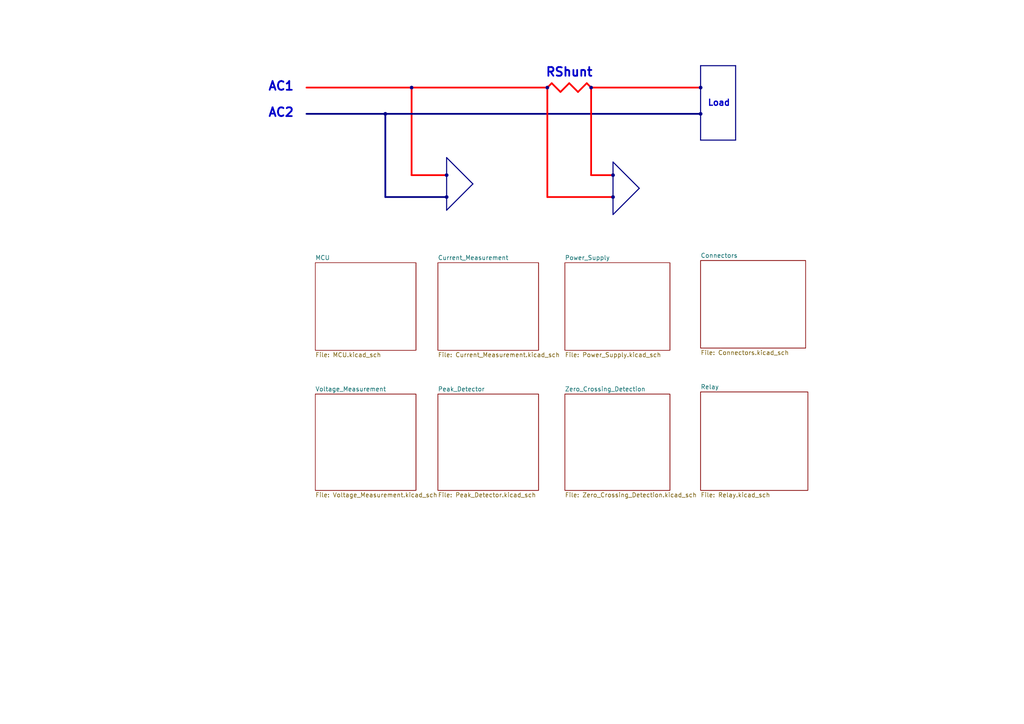
<source format=kicad_sch>
(kicad_sch
	(version 20231120)
	(generator "eeschema")
	(generator_version "8.0")
	(uuid "cd668239-4ad1-4a5c-94e5-ca757cb83213")
	(paper "A4")
	(lib_symbols)
	(junction
		(at 177.8 50.8)
		(diameter 0)
		(color 0 0 0 0)
		(uuid "02a1eb24-b6a6-4a29-9d6a-b239a1d23462")
	)
	(junction
		(at 158.75 25.4)
		(diameter 0)
		(color 0 0 0 0)
		(uuid "11196d93-e474-43c9-afa6-09a4e6c839ef")
	)
	(junction
		(at 203.2 33.02)
		(diameter 0)
		(color 0 0 0 0)
		(uuid "168189fb-5f92-4a4a-9e86-726277f22ef2")
	)
	(junction
		(at 171.45 25.4)
		(diameter 0)
		(color 0 0 0 0)
		(uuid "3be6767a-3053-416d-b988-f3d48e0ff1d3")
	)
	(junction
		(at 177.8 57.15)
		(diameter 0)
		(color 0 0 0 0)
		(uuid "4f8a5f8a-80c1-4a34-802a-1f00743107c3")
	)
	(junction
		(at 129.54 50.8)
		(diameter 0)
		(color 0 0 0 0)
		(uuid "706ebffd-4f38-4b48-86c5-28cc51c3158f")
	)
	(junction
		(at 203.2 25.4)
		(diameter 0)
		(color 0 0 0 0)
		(uuid "7f6016de-474f-4997-b97a-9bbdbe606b65")
	)
	(junction
		(at 111.76 33.02)
		(diameter 0)
		(color 0 0 0 0)
		(uuid "9048f98e-3868-402a-bbfa-5914a69c966b")
	)
	(junction
		(at 129.54 57.15)
		(diameter 0)
		(color 0 0 0 0)
		(uuid "a595a8f6-3bc2-4c45-8637-52e24b345392")
	)
	(junction
		(at 119.38 25.4)
		(diameter 0)
		(color 0 0 0 0)
		(uuid "fd2c1e37-bbc0-4e2b-b3a8-563833daaa22")
	)
	(bus
		(pts
			(xy 177.8 62.23) (xy 185.42 54.61)
		)
		(stroke
			(width 0)
			(type default)
		)
		(uuid "00693acd-124b-4cc3-9ce4-63d8d051e8d6")
	)
	(bus
		(pts
			(xy 203.2 33.02) (xy 203.2 40.64)
		)
		(stroke
			(width 0)
			(type default)
		)
		(uuid "0527a656-c903-40c8-9cf8-4280aeea743f")
	)
	(bus
		(pts
			(xy 177.8 46.99) (xy 185.42 54.61)
		)
		(stroke
			(width 0)
			(type default)
		)
		(uuid "0af195c7-f873-4c8c-8974-c208efa7aa26")
	)
	(bus
		(pts
			(xy 129.54 57.15) (xy 129.54 60.96)
		)
		(stroke
			(width 0)
			(type default)
		)
		(uuid "1060bfdd-3f7f-40b5-b13a-22b2b1bcf6ce")
	)
	(bus
		(pts
			(xy 171.45 25.4) (xy 171.45 50.8)
		)
		(stroke
			(width 0.508)
			(type default)
			(color 255 0 0 1)
		)
		(uuid "2064bf19-8902-480a-8e3e-961060c947ff")
	)
	(bus
		(pts
			(xy 162.56 26.67) (xy 165.1 24.13)
		)
		(stroke
			(width 0.508)
			(type default)
			(color 255 0 0 1)
		)
		(uuid "28360f3c-6240-46f5-97c1-b2dfa80f343e")
	)
	(bus
		(pts
			(xy 111.76 33.02) (xy 111.76 57.15)
		)
		(stroke
			(width 0.508)
			(type default)
		)
		(uuid "2ea21cfa-7f86-42c1-874c-cc8b9e67b51b")
	)
	(bus
		(pts
			(xy 129.54 45.72) (xy 137.16 53.34)
		)
		(stroke
			(width 0)
			(type default)
		)
		(uuid "37a521db-bd61-4bc1-9790-b626ee312947")
	)
	(bus
		(pts
			(xy 203.2 19.05) (xy 213.36 19.05)
		)
		(stroke
			(width 0)
			(type default)
		)
		(uuid "394632b9-c278-4731-b3ff-888274bbef61")
	)
	(bus
		(pts
			(xy 129.54 50.8) (xy 129.54 57.15)
		)
		(stroke
			(width 0)
			(type default)
		)
		(uuid "3cde1591-ee29-440e-a917-234129fecc16")
	)
	(bus
		(pts
			(xy 177.8 46.99) (xy 177.8 50.8)
		)
		(stroke
			(width 0)
			(type default)
		)
		(uuid "414ca791-6cb9-4e35-b199-067ac63d6b23")
	)
	(bus
		(pts
			(xy 177.8 50.8) (xy 177.8 57.15)
		)
		(stroke
			(width 0)
			(type default)
		)
		(uuid "446878f3-bd01-4fd5-8051-7381252424b7")
	)
	(bus
		(pts
			(xy 203.2 40.64) (xy 213.36 40.64)
		)
		(stroke
			(width 0)
			(type default)
		)
		(uuid "48213783-ca89-453a-8d7a-51511f6b8162")
	)
	(bus
		(pts
			(xy 119.38 25.4) (xy 158.75 25.4)
		)
		(stroke
			(width 0.508)
			(type default)
			(color 255 0 0 1)
		)
		(uuid "486f4259-087c-4f0f-bd32-3d99a4d79dd1")
	)
	(bus
		(pts
			(xy 129.54 60.96) (xy 137.16 53.34)
		)
		(stroke
			(width 0)
			(type default)
		)
		(uuid "4ba17fe3-1965-4a4f-a863-4d77566fc48f")
	)
	(bus
		(pts
			(xy 167.64 26.67) (xy 170.18 24.13)
		)
		(stroke
			(width 0.508)
			(type default)
			(color 255 0 0 1)
		)
		(uuid "5c2bc8df-43e3-4163-b257-9fa3a7035390")
	)
	(bus
		(pts
			(xy 119.38 50.8) (xy 129.54 50.8)
		)
		(stroke
			(width 0.508)
			(type default)
			(color 255 0 0 1)
		)
		(uuid "6e3d59d6-5b3e-4ddc-9c6c-9d07391cf8e0")
	)
	(bus
		(pts
			(xy 170.18 24.13) (xy 171.45 25.4)
		)
		(stroke
			(width 0.508)
			(type default)
			(color 255 0 0 1)
		)
		(uuid "714117d3-d5b0-40bf-9cf6-7dd354642bf9")
	)
	(bus
		(pts
			(xy 88.9 25.4) (xy 119.38 25.4)
		)
		(stroke
			(width 0.508)
			(type default)
			(color 255 0 0 1)
		)
		(uuid "892c03d4-5078-477a-a94d-cb962c6df2a9")
	)
	(bus
		(pts
			(xy 165.1 24.13) (xy 167.64 26.67)
		)
		(stroke
			(width 0.508)
			(type default)
			(color 255 0 0 1)
		)
		(uuid "8fd0f76d-e63e-4ca1-9a95-1c520b52c29b")
	)
	(bus
		(pts
			(xy 111.76 57.15) (xy 129.54 57.15)
		)
		(stroke
			(width 0.508)
			(type default)
		)
		(uuid "973b0789-cd69-4f9c-802a-70c08b251970")
	)
	(bus
		(pts
			(xy 88.9 33.02) (xy 111.76 33.02)
		)
		(stroke
			(width 0.508)
			(type default)
		)
		(uuid "a4e33793-4c37-47bd-982a-92ad324ebd02")
	)
	(bus
		(pts
			(xy 111.76 33.02) (xy 203.2 33.02)
		)
		(stroke
			(width 0.508)
			(type default)
		)
		(uuid "a63d03bc-df62-4153-b6bc-9556cb218d97")
	)
	(bus
		(pts
			(xy 158.75 25.4) (xy 160.02 24.13)
		)
		(stroke
			(width 0.508)
			(type default)
			(color 255 0 0 1)
		)
		(uuid "a978d99a-59c3-4201-8b04-4cc7ccde8dba")
	)
	(bus
		(pts
			(xy 171.45 50.8) (xy 177.8 50.8)
		)
		(stroke
			(width 0.508)
			(type default)
			(color 255 0 0 1)
		)
		(uuid "ab3d4f82-a8c9-4f54-b6cf-a080b8ef9e75")
	)
	(bus
		(pts
			(xy 171.45 25.4) (xy 203.2 25.4)
		)
		(stroke
			(width 0.508)
			(type default)
			(color 255 0 0 1)
		)
		(uuid "b8211ec5-2d82-4a40-a522-c552ce37a9de")
	)
	(bus
		(pts
			(xy 158.75 25.4) (xy 158.75 57.15)
		)
		(stroke
			(width 0.508)
			(type default)
			(color 255 0 0 1)
		)
		(uuid "bba5881a-e7d0-499e-8c88-c8441a1a1a59")
	)
	(bus
		(pts
			(xy 177.8 57.15) (xy 177.8 62.23)
		)
		(stroke
			(width 0)
			(type default)
		)
		(uuid "d590d04f-6b15-46a5-bc2b-63abf72bb8be")
	)
	(bus
		(pts
			(xy 203.2 25.4) (xy 203.2 33.02)
		)
		(stroke
			(width 0)
			(type default)
		)
		(uuid "dcec6c47-b976-43fe-a0f7-ace43c166dd0")
	)
	(bus
		(pts
			(xy 160.02 24.13) (xy 162.56 26.67)
		)
		(stroke
			(width 0.508)
			(type default)
			(color 255 0 0 1)
		)
		(uuid "e09300eb-831e-4dd1-a2ca-94d61ab520ba")
	)
	(bus
		(pts
			(xy 119.38 25.4) (xy 119.38 50.8)
		)
		(stroke
			(width 0.508)
			(type default)
			(color 255 0 0 1)
		)
		(uuid "e6edea82-f63a-4f3e-a094-e574b815c1fa")
	)
	(bus
		(pts
			(xy 158.75 57.15) (xy 177.8 57.15)
		)
		(stroke
			(width 0.508)
			(type default)
			(color 255 0 0 1)
		)
		(uuid "f19dfb7d-852a-4d85-a712-9d529f139086")
	)
	(bus
		(pts
			(xy 203.2 19.05) (xy 203.2 25.4)
		)
		(stroke
			(width 0)
			(type default)
		)
		(uuid "f519ba92-1eeb-4b2a-b9f1-30517bb21ff3")
	)
	(bus
		(pts
			(xy 129.54 45.72) (xy 129.54 50.8)
		)
		(stroke
			(width 0)
			(type default)
		)
		(uuid "f7f2505c-adf9-428a-bbd9-dbd206772713")
	)
	(bus
		(pts
			(xy 213.36 40.64) (xy 213.36 19.05)
		)
		(stroke
			(width 0)
			(type default)
		)
		(uuid "f970a58d-ec89-4d88-b5c2-ccbe7e24d3c6")
	)
	(text "AC1"
		(exclude_from_sim no)
		(at 81.534 25.146 0)
		(effects
			(font
				(size 2.54 2.54)
				(thickness 0.508)
				(bold yes)
			)
		)
		(uuid "1fb24e7f-e951-431a-8fef-dd72b89105b8")
	)
	(text "RShunt"
		(exclude_from_sim no)
		(at 165.1 21.082 0)
		(effects
			(font
				(size 2.54 2.54)
				(thickness 0.508)
				(bold yes)
			)
		)
		(uuid "730763b6-ba7a-4452-bf67-b8bb49cc9539")
	)
	(text "Load"
		(exclude_from_sim no)
		(at 208.534 29.972 0)
		(effects
			(font
				(size 1.778 1.778)
				(thickness 0.3556)
				(bold yes)
			)
		)
		(uuid "81f0673e-ce2a-46d7-bc77-13a60c4b12de")
	)
	(text "AC2\n"
		(exclude_from_sim no)
		(at 81.534 32.766 0)
		(effects
			(font
				(size 2.54 2.54)
				(thickness 0.508)
				(bold yes)
			)
		)
		(uuid "a63b59fa-ff50-44ee-b608-0c93a8cba114")
	)
	(sheet
		(at 127 76.2)
		(size 29.21 25.4)
		(fields_autoplaced yes)
		(stroke
			(width 0.1524)
			(type solid)
		)
		(fill
			(color 0 0 0 0.0000)
		)
		(uuid "0b1ee0f5-520a-478a-9e6e-d438d7832e9e")
		(property "Sheetname" "Current_Measurement"
			(at 127 75.4884 0)
			(effects
				(font
					(size 1.27 1.27)
				)
				(justify left bottom)
			)
		)
		(property "Sheetfile" "Current_Measurement.kicad_sch"
			(at 127 102.1846 0)
			(effects
				(font
					(size 1.27 1.27)
				)
				(justify left top)
			)
		)
		(instances
			(project "Test_Measurement"
				(path "/cd668239-4ad1-4a5c-94e5-ca757cb83213"
					(page "3")
				)
			)
		)
	)
	(sheet
		(at 203.2 75.565)
		(size 30.48 25.4)
		(fields_autoplaced yes)
		(stroke
			(width 0.1524)
			(type solid)
		)
		(fill
			(color 0 0 0 0.0000)
		)
		(uuid "26bfcc53-9818-4a7f-ae4f-e41e2e94db76")
		(property "Sheetname" "Connectors"
			(at 203.2 74.8534 0)
			(effects
				(font
					(size 1.27 1.27)
				)
				(justify left bottom)
			)
		)
		(property "Sheetfile" "Connectors.kicad_sch"
			(at 203.2 101.5496 0)
			(effects
				(font
					(size 1.27 1.27)
				)
				(justify left top)
			)
		)
		(instances
			(project "Test_Measurement"
				(path "/cd668239-4ad1-4a5c-94e5-ca757cb83213"
					(page "8")
				)
			)
		)
	)
	(sheet
		(at 91.44 76.2)
		(size 29.21 25.4)
		(fields_autoplaced yes)
		(stroke
			(width 0.1524)
			(type solid)
		)
		(fill
			(color 0 0 0 0.0000)
		)
		(uuid "26cfb9b9-e879-4137-9e62-5967ae709daa")
		(property "Sheetname" "MCU"
			(at 91.44 75.4884 0)
			(effects
				(font
					(size 1.27 1.27)
				)
				(justify left bottom)
			)
		)
		(property "Sheetfile" "MCU.kicad_sch"
			(at 91.44 102.1846 0)
			(effects
				(font
					(size 1.27 1.27)
				)
				(justify left top)
			)
		)
		(instances
			(project "Test_Measurement"
				(path "/cd668239-4ad1-4a5c-94e5-ca757cb83213"
					(page "2")
				)
			)
		)
	)
	(sheet
		(at 163.83 76.2)
		(size 30.48 25.4)
		(fields_autoplaced yes)
		(stroke
			(width 0.1524)
			(type solid)
		)
		(fill
			(color 0 0 0 0.0000)
		)
		(uuid "403436e8-6499-4af9-92d4-49c00cb0d778")
		(property "Sheetname" "Power_Supply"
			(at 163.83 75.4884 0)
			(effects
				(font
					(size 1.27 1.27)
				)
				(justify left bottom)
			)
		)
		(property "Sheetfile" "Power_Supply.kicad_sch"
			(at 163.83 102.1846 0)
			(effects
				(font
					(size 1.27 1.27)
				)
				(justify left top)
			)
		)
		(instances
			(project "Test_Measurement"
				(path "/cd668239-4ad1-4a5c-94e5-ca757cb83213"
					(page "7")
				)
			)
		)
	)
	(sheet
		(at 127 114.3)
		(size 29.21 27.94)
		(fields_autoplaced yes)
		(stroke
			(width 0.1524)
			(type solid)
		)
		(fill
			(color 0 0 0 0.0000)
		)
		(uuid "896e7045-5d68-4198-af08-dc053eab351a")
		(property "Sheetname" "Peak_Detector"
			(at 127 113.5884 0)
			(effects
				(font
					(size 1.27 1.27)
				)
				(justify left bottom)
			)
		)
		(property "Sheetfile" "Peak_Detector.kicad_sch"
			(at 127 142.8246 0)
			(effects
				(font
					(size 1.27 1.27)
				)
				(justify left top)
			)
		)
		(instances
			(project "Test_Measurement"
				(path "/cd668239-4ad1-4a5c-94e5-ca757cb83213"
					(page "5")
				)
			)
		)
	)
	(sheet
		(at 91.44 114.3)
		(size 29.21 27.94)
		(fields_autoplaced yes)
		(stroke
			(width 0.1524)
			(type solid)
		)
		(fill
			(color 0 0 0 0.0000)
		)
		(uuid "98249c76-0756-457a-b963-2f9e8338ae91")
		(property "Sheetname" "Voltage_Measurement"
			(at 91.44 113.5884 0)
			(effects
				(font
					(size 1.27 1.27)
				)
				(justify left bottom)
			)
		)
		(property "Sheetfile" "Voltage_Measurement.kicad_sch"
			(at 91.44 142.8246 0)
			(effects
				(font
					(size 1.27 1.27)
				)
				(justify left top)
			)
		)
		(instances
			(project "Test_Measurement"
				(path "/cd668239-4ad1-4a5c-94e5-ca757cb83213"
					(page "4")
				)
			)
		)
	)
	(sheet
		(at 163.83 114.3)
		(size 30.48 27.94)
		(fields_autoplaced yes)
		(stroke
			(width 0.1524)
			(type solid)
		)
		(fill
			(color 0 0 0 0.0000)
		)
		(uuid "b239c525-326d-4cf7-bd5f-c9998d9a8cbb")
		(property "Sheetname" "Zero_Crossing_Detection"
			(at 163.83 113.5884 0)
			(effects
				(font
					(size 1.27 1.27)
				)
				(justify left bottom)
			)
		)
		(property "Sheetfile" "Zero_Crossing_Detection.kicad_sch"
			(at 163.83 142.8246 0)
			(effects
				(font
					(size 1.27 1.27)
				)
				(justify left top)
			)
		)
		(instances
			(project "Test_Measurement"
				(path "/cd668239-4ad1-4a5c-94e5-ca757cb83213"
					(page "6")
				)
			)
		)
	)
	(sheet
		(at 203.2 113.665)
		(size 31.115 28.575)
		(fields_autoplaced yes)
		(stroke
			(width 0.1524)
			(type solid)
		)
		(fill
			(color 0 0 0 0.0000)
		)
		(uuid "b8907468-e1b3-48b3-82ac-07889447ae8d")
		(property "Sheetname" "Relay"
			(at 203.2 112.9534 0)
			(effects
				(font
					(size 1.27 1.27)
				)
				(justify left bottom)
			)
		)
		(property "Sheetfile" "Relay.kicad_sch"
			(at 203.2 142.8246 0)
			(effects
				(font
					(size 1.27 1.27)
				)
				(justify left top)
			)
		)
		(instances
			(project "Test_Measurement"
				(path "/cd668239-4ad1-4a5c-94e5-ca757cb83213"
					(page "9")
				)
			)
		)
	)
	(sheet_instances
		(path "/"
			(page "1")
		)
	)
)

</source>
